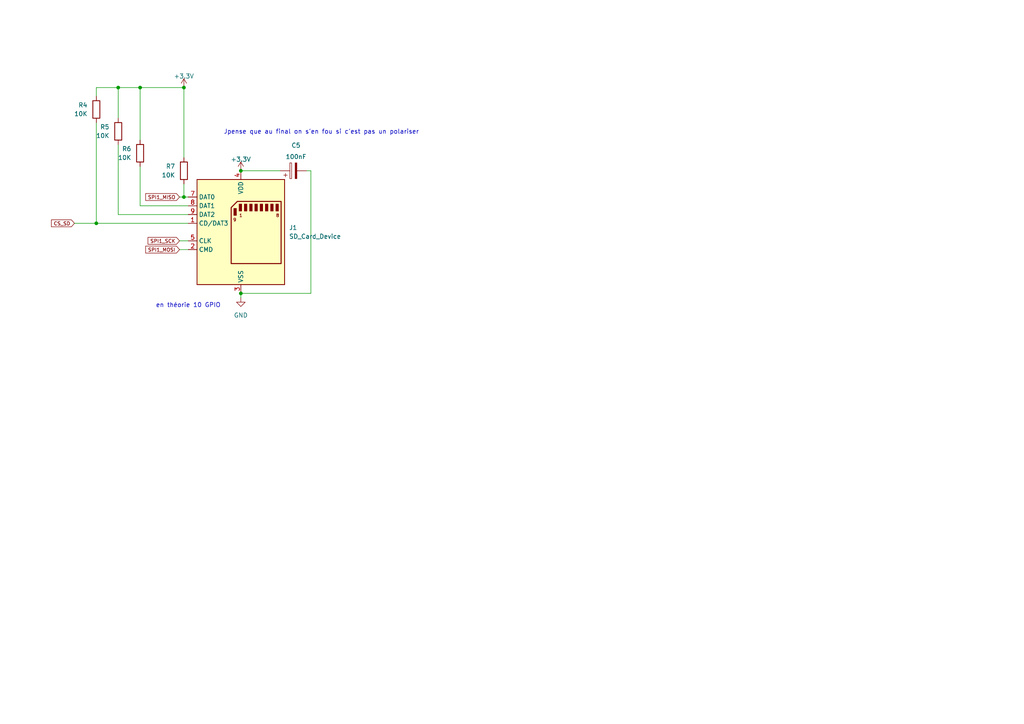
<source format=kicad_sch>
(kicad_sch (version 20231120) (generator "eeschema") (generator_version "8.0")
  (paper "A4")
  (lib_symbols
    (symbol "Connector:SD_Card_Device"
      (property "Reference" "J" (at -11.938 17.018 0))
      (property "Value" "SD_Card_Device" (at 9.144 -17.272 0))
      (symbol "SD_Card_Device_0_1"
        (rectangle (start -2.032 6.858) (end -1.27 4.826) (fill (type outline)))
        (rectangle (start -0.508 8.128) (end 0.254 6.096) (fill (type outline)))
        (rectangle (start 1.016 8.128) (end 1.778 6.096) (fill (type outline)))
        (rectangle (start 2.54 8.128) (end 3.302 6.096) (fill (type outline)))
        (rectangle (start 4.064 8.128) (end 4.826 6.096) (fill (type outline)))
        (rectangle (start 5.588 8.128) (end 6.35 6.096) (fill (type outline)))
        (rectangle (start 7.112 8.128) (end 7.874 6.096) (fill (type outline)))
        (rectangle (start 8.636 8.128) (end 9.398 6.096) (fill (type outline)))
        (rectangle (start 10.16 8.128) (end 10.922 6.096) (fill (type outline)))
      )
      (symbol "SD_Card_Device_1_1"
        (rectangle (start -12.7 15.24) (end 12.7 -15.24) (stroke (width 0.254)) (fill (type background)))
        (polyline (pts (xy -1.016 8.89) (xy 11.684 8.89) (xy 11.684 -9.144) (xy -2.794 -9.144) (xy -2.794 7.112) (xy -1.016 8.89)) (stroke (width 0.3)))
        (text "1" (at 0 4.826 0) (effects (font (size 0.9 0.9))))
        (text "8" (at 10.668 4.826 0) (effects (font (size 0.9 0.9))))
        (text "9" (at -1.778 3.556 0) (effects (font (size 0.9 0.9))))
        (pin bidirectional line (at -15.24 2.54 0) (length 2.54) (name "CD/DAT3") (number "1"))
        (pin bidirectional line (at -15.24 -5.08 0) (length 2.54) (name "CMD") (number "2"))
        (pin power_in line (at 0 -17.78 90) (length 2.54) (name "VSS") (number "3"))
        (pin power_in line (at 0 17.78 270) (length 2.54) (name "VDD") (number "4"))
        (pin input line (at -15.24 -2.54 0) (length 2.54) (name "CLK") (number "5"))
        (pin passive line (at 0 -17.78 90) (length 2.54) hide (name "VSS") (number "6"))
        (pin bidirectional line (at -15.24 10.16 0) (length 2.54) (name "DAT0") (number "7"))
        (pin bidirectional line (at -15.24 7.62 0) (length 2.54) (name "DAT1") (number "8"))
        (pin bidirectional line (at -15.24 5.08 0) (length 2.54) (name "DAT2") (number "9"))
      )
    )
    (symbol "Device:C_Polarized" (pin_numbers hide) (pin_names (offset 0.254))
      (property "Reference" "C" (at 0.635 2.54 0))
      (property "Value" "C_Polarized" (at 0.635 -2.54 0))
      (symbol "C_Polarized_0_1"
        (rectangle (start -2.286 0.508) (end 2.286 1.016))
        (polyline (pts (xy -1.778 2.286) (xy -0.762 2.286)))
        (polyline (pts (xy -1.27 2.794) (xy -1.27 1.778)))
        (rectangle (start 2.286 -0.508) (end -2.286 -1.016) (fill (type outline)))
      )
      (symbol "C_Polarized_1_1"
        (pin passive line (at 0 3.81 270) (length 2.794) (name "~") (number "1"))
        (pin passive line (at 0 -3.81 90) (length 2.794) (name "~") (number "2"))
      )
    )
    (symbol "Device:R" (pin_numbers hide) (pin_names (offset 0))
      (property "Reference" "R" (at 2.032 0 90))
      (property "Value" "R" (at 0 0 90))
      (symbol "R_0_1"
        (rectangle (start -1.016 -2.54) (end 1.016 2.54) (stroke (width 0.254)))
      )
      (symbol "R_1_1"
        (pin passive line (at 0 3.81 270) (length 1.27) (name "~") (number "1"))
        (pin passive line (at 0 -3.81 90) (length 1.27) (name "~") (number "2"))
      )
    )
    (symbol "power:+3.3V" (power) (pin_numbers hide) (pin_names (offset 0) hide)
      (property "Value" "+3.3V" (at 0 3.556 0))
      (symbol "+3.3V_0_1"
        (polyline (pts (xy -0.762 1.27) (xy 0 2.54)))
        (polyline (pts (xy 0 0) (xy 0 2.54)))
        (polyline (pts (xy 0 2.54) (xy 0.762 1.27)))
      )
      (symbol "+3.3V_1_1"
        (pin power_in line (at 0 0 90) (length 0) (name "~") (number "1"))
      )
    )
    (symbol "power:GND" (power) (pin_numbers hide) (pin_names (offset 0) hide)
      (property "Value" "GND" (at 0 -3.81 0))
      (symbol "GND_0_1"
        (polyline (pts (xy 0 0) (xy 0 -1.27) (xy 1.27 -1.27) (xy 0 -2.54) (xy -1.27 -1.27) (xy 0 -1.27)))
      )
      (symbol "GND_1_1"
        (pin power_in line (at 0 0 270) (length 0) (name "~") (number "1"))
      )
    )
  )
  (junction (at 69.85 49.53))
  (junction (at 27.94 64.77))
  (junction (at 53.34 57.15))
  (junction (at 40.64 25.4))
  (junction (at 34.29 25.4))
  (junction (at 69.85 85.09))
  (junction (at 53.34 25.4))
  (wire (pts (xy 53.34 57.15) (xy 54.61 57.15)))
  (wire (pts (xy 34.29 62.23) (xy 54.61 62.23)))
  (wire (pts (xy 34.29 25.4) (xy 34.29 34.29)))
  (wire (pts (xy 34.29 41.91) (xy 34.29 62.23)))
  (wire (pts (xy 40.64 59.69) (xy 54.61 59.69)))
  (wire (pts (xy 69.85 49.53) (xy 81.28 49.53)))
  (wire (pts (xy 40.64 48.26) (xy 40.64 59.69)))
  (wire (pts (xy 27.94 27.94) (xy 27.94 25.4)))
  (wire (pts (xy 21.59 64.77) (xy 27.94 64.77)))
  (wire (pts (xy 40.64 25.4) (xy 53.34 25.4)))
  (wire (pts (xy 90.17 49.53) (xy 90.17 85.09)))
  (wire (pts (xy 52.07 69.85) (xy 54.61 69.85)))
  (wire (pts (xy 27.94 64.77) (xy 54.61 64.77)))
  (wire (pts (xy 34.29 25.4) (xy 40.64 25.4)))
  (wire (pts (xy 53.34 53.34) (xy 53.34 57.15)))
  (wire (pts (xy 53.34 25.4) (xy 53.34 45.72)))
  (wire (pts (xy 27.94 35.56) (xy 27.94 64.77)))
  (wire (pts (xy 40.64 25.4) (xy 40.64 40.64)))
  (wire (pts (xy 52.07 72.39) (xy 54.61 72.39)))
  (wire (pts (xy 88.9 49.53) (xy 90.17 49.53)))
  (wire (pts (xy 69.85 85.09) (xy 90.17 85.09)))
  (wire (pts (xy 69.85 85.09) (xy 69.85 86.36)))
  (wire (pts (xy 52.07 57.15) (xy 53.34 57.15)))
  (wire (pts (xy 27.94 25.4) (xy 34.29 25.4)))
  (text "en théorie 10 GPIO\n" (at 54.61 88.646 0) (effects (font (size 1.27 1.27))))
  (text "Jpense que au final on s'en fou si c'est pas un polariser\n" (at 93.218 38.354 0) (effects (font (size 1.27 1.27))))
  (global_label "SPI1_MISO" (shape input) (at 52.07 57.15 180) (effects (font (size 1.016 1.016))) (property "Intersheetrefs" "${INTERSHEET_REFS}" (effects (hide yes))))
  (global_label "SPI1_MOSI" (shape input) (at 52.07 72.39 180) (effects (font (size 1.016 1.016))) (property "Intersheetrefs" "${INTERSHEET_REFS}" (effects (hide yes))))
  (global_label "CS_SD" (shape input) (at 21.59 64.77 180) (effects (font (size 1.016 1.016))) (property "Intersheetrefs" "${INTERSHEET_REFS}" (effects (hide yes))))
  (global_label "SPI1_SCK" (shape input) (at 52.07 69.85 180) (effects (font (size 1.016 1.016))) (property "Intersheetrefs" "${INTERSHEET_REFS}" (effects (hide yes))))
  (symbol (lib_id "power:GND") (at 69.85 86.36 0) (unit 1)
    (property "Reference" "#PWR09" (effects (hide yes)))
    (property "Value" "GND" (at 69.85 91.44 0))
    (property "Description" "Power symbol creates a global label with name \"GND\" , ground" (effects (hide yes)))
  )
  (symbol (lib_id "Device:R") (at 27.94 31.75 0) (mirror y) (unit 1)
    (property "Reference" "R4" (at 25.4 30.4799 0) (effects (justify left)))
    (property "Value" "10K" (at 25.4 33.0199 0) (effects (justify left)))
    (property "Datasheet" "https://www.digikey.ca/en/products/detail/vishay-dale/CRCW04021M00FKED/1178349" (effects (hide yes)))
  )
  (symbol (lib_id "power:+3.3V") (at 53.34 25.4 0) (unit 1)
    (property "Reference" "#PWR010" (effects (hide yes)))
    (property "Value" "+3.3V" (at 53.34 22.098 0))
    (property "Description" "Power symbol creates a global label with name \"+3.3V\"" (effects (hide yes)))
  )
  (symbol (lib_id "Device:R") (at 40.64 44.45 0) (mirror y) (unit 1)
    (property "Reference" "R6" (at 38.1 43.1799 0) (effects (justify left)))
    (property "Value" "10K" (at 38.1 45.7199 0) (effects (justify left)))
    (property "Datasheet" "https://www.digikey.ca/en/products/detail/vishay-dale/CRCW04021M00FKED/1178349" (effects (hide yes)))
  )
  (symbol (lib_id "Connector:SD_Card_Device") (at 69.85 67.31 0) (unit 1)
    (property "Reference" "J1" (at 83.82 66.0399 0) (effects (justify left)))
    (property "Value" "SD_Card_Device" (at 83.82 68.5799 0) (effects (justify left)))
    (property "Datasheet" "http://www.convict.lu/pdf/ProdManualSDCardv1.9.pdf" (effects (hide yes)))
    (property "Description" "SD card device/card" (effects (hide yes)))
  )
  (symbol (lib_id "power:+3.3V") (at 69.85 49.53 0) (unit 1)
    (property "Reference" "#PWR08" (effects (hide yes)))
    (property "Value" "+3.3V" (at 69.85 46.228 0))
    (property "Description" "Power symbol creates a global label with name \"+3.3V\"" (effects (hide yes)))
  )
  (symbol (lib_id "Device:R") (at 53.34 49.53 0) (mirror y) (unit 1)
    (property "Reference" "R7" (at 50.8 48.2599 0) (effects (justify left)))
    (property "Value" "10K" (at 50.8 50.7999 0) (effects (justify left)))
    (property "Datasheet" "https://www.digikey.ca/en/products/detail/vishay-dale/CRCW04021M00FKED/1178349" (effects (hide yes)))
  )
  (symbol (lib_id "Device:R") (at 34.29 38.1 0) (mirror y) (unit 1)
    (property "Reference" "R5" (at 31.75 36.8299 0) (effects (justify left)))
    (property "Value" "10K" (at 31.75 39.3699 0) (effects (justify left)))
    (property "Datasheet" "https://www.digikey.ca/en/products/detail/vishay-dale/CRCW04021M00FKED/1178349" (effects (hide yes)))
  )
  (symbol (lib_id "Device:C_Polarized") (at 85.09 49.53 90) (unit 1)
    (property "Reference" "C5" (at 85.852 42.164 90))
    (property "Value" "100nF" (at 85.852 45.466 90))
    (property "Description" "Polarized capacitor" (effects (hide yes)))
  )
)
</source>
